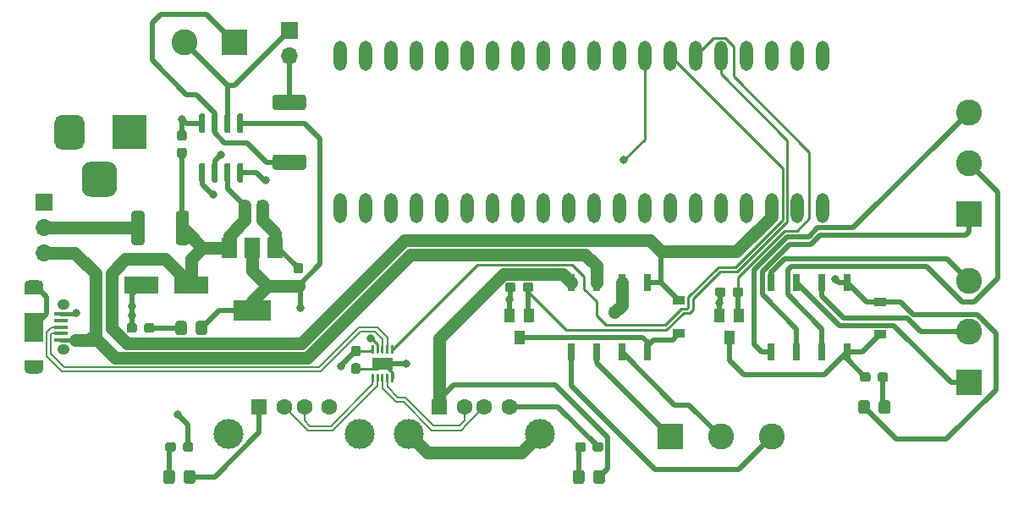
<source format=gbr>
%TF.GenerationSoftware,KiCad,Pcbnew,5.1.6*%
%TF.CreationDate,2020-09-20T16:59:45+02:00*%
%TF.ProjectId,usb_switcher,7573625f-7377-4697-9463-6865722e6b69,rev?*%
%TF.SameCoordinates,Original*%
%TF.FileFunction,Copper,L1,Top*%
%TF.FilePolarity,Positive*%
%FSLAX46Y46*%
G04 Gerber Fmt 4.6, Leading zero omitted, Abs format (unit mm)*
G04 Created by KiCad (PCBNEW 5.1.6) date 2020-09-20 16:59:45*
%MOMM*%
%LPD*%
G01*
G04 APERTURE LIST*
%TA.AperFunction,ComponentPad*%
%ADD10O,1.250000X1.050000*%
%TD*%
%TA.AperFunction,SMDPad,CuDef*%
%ADD11R,1.350000X0.400000*%
%TD*%
%TA.AperFunction,ComponentPad*%
%ADD12O,1.900000X1.000000*%
%TD*%
%TA.AperFunction,SMDPad,CuDef*%
%ADD13R,1.900000X2.900000*%
%TD*%
%TA.AperFunction,SMDPad,CuDef*%
%ADD14R,1.900000X0.875000*%
%TD*%
%TA.AperFunction,ComponentPad*%
%ADD15O,1.300000X3.000000*%
%TD*%
%TA.AperFunction,SMDPad,CuDef*%
%ADD16R,3.500000X1.800000*%
%TD*%
%TA.AperFunction,SMDPad,CuDef*%
%ADD17R,1.200000X0.900000*%
%TD*%
%TA.AperFunction,ComponentPad*%
%ADD18C,3.000000*%
%TD*%
%TA.AperFunction,ComponentPad*%
%ADD19R,1.600000X1.500000*%
%TD*%
%TA.AperFunction,ComponentPad*%
%ADD20C,1.600000*%
%TD*%
%TA.AperFunction,ComponentPad*%
%ADD21R,1.700000X1.700000*%
%TD*%
%TA.AperFunction,ComponentPad*%
%ADD22O,1.700000X1.700000*%
%TD*%
%TA.AperFunction,ComponentPad*%
%ADD23R,3.500000X3.500000*%
%TD*%
%TA.AperFunction,ComponentPad*%
%ADD24R,2.600000X2.600000*%
%TD*%
%TA.AperFunction,ComponentPad*%
%ADD25C,2.600000*%
%TD*%
%TA.AperFunction,SMDPad,CuDef*%
%ADD26R,0.800000X1.800000*%
%TD*%
%TA.AperFunction,SMDPad,CuDef*%
%ADD27R,1.000000X1.400000*%
%TD*%
%TA.AperFunction,SMDPad,CuDef*%
%ADD28R,3.800000X2.000000*%
%TD*%
%TA.AperFunction,SMDPad,CuDef*%
%ADD29R,1.500000X2.000000*%
%TD*%
%TA.AperFunction,SMDPad,CuDef*%
%ADD30R,2.000000X1.200000*%
%TD*%
%TA.AperFunction,ViaPad*%
%ADD31C,0.800000*%
%TD*%
%TA.AperFunction,ViaPad*%
%ADD32C,1.270000*%
%TD*%
%TA.AperFunction,Conductor*%
%ADD33C,1.270000*%
%TD*%
%TA.AperFunction,Conductor*%
%ADD34C,0.508000*%
%TD*%
%TA.AperFunction,Conductor*%
%ADD35C,0.381000*%
%TD*%
%TA.AperFunction,Conductor*%
%ADD36C,0.254000*%
%TD*%
%TA.AperFunction,Conductor*%
%ADD37C,0.200000*%
%TD*%
G04 APERTURE END LIST*
D10*
%TO.P,J1,6*%
%TO.N,GNDS*%
X104447800Y-80775000D03*
D11*
%TO.P,J1,5*%
%TO.N,GND*%
X104122800Y-81700000D03*
%TO.P,J1,4*%
%TO.N,Net-(J1-Pad4)*%
X104122800Y-82350000D03*
%TO.P,J1,3*%
%TO.N,/HOST_D+*%
X104122800Y-83000000D03*
%TO.P,J1,1*%
%TO.N,/VBUS_IN*%
X104122800Y-84300000D03*
D10*
%TO.P,J1,6*%
%TO.N,GNDS*%
X104447800Y-85225000D03*
D12*
X101447800Y-78825000D03*
X101447800Y-87175000D03*
D11*
%TO.P,J1,2*%
%TO.N,/HOST_D-*%
X104122800Y-83650000D03*
D13*
%TO.P,J1,6*%
%TO.N,GNDS*%
X101447800Y-83000000D03*
D14*
X101447800Y-86737500D03*
X101447800Y-79262500D03*
%TD*%
D15*
%TO.P,U2,20*%
%TO.N,Net-(U2-Pad20)*%
X180340000Y-71120000D03*
%TO.P,U2,21*%
%TO.N,Net-(U2-Pad21)*%
X180340000Y-55880000D03*
%TO.P,U2,19*%
%TO.N,GND*%
X177800000Y-71120000D03*
%TO.P,U2,22*%
%TO.N,Net-(U2-Pad22)*%
X177800000Y-55880000D03*
%TO.P,U2,18*%
%TO.N,+5V*%
X175260000Y-71120000D03*
%TO.P,U2,23*%
%TO.N,Net-(U2-Pad23)*%
X175260000Y-55872380D03*
%TO.P,U2,17*%
%TO.N,Net-(U2-Pad17)*%
X172720000Y-71120000D03*
%TO.P,U2,24*%
%TO.N,Net-(U2-Pad24)*%
X172720000Y-55880000D03*
%TO.P,U2,16*%
%TO.N,Net-(U2-Pad16)*%
X170180000Y-71120000D03*
%TO.P,U2,25*%
%TO.N,/USB_RELAY*%
X170180000Y-55880000D03*
%TO.P,U2,15*%
%TO.N,Net-(U2-Pad15)*%
X167640000Y-71120000D03*
%TO.P,U2,26*%
%TO.N,/GP_RELAY*%
X167640000Y-55880000D03*
%TO.P,U2,14*%
%TO.N,Net-(U2-Pad14)*%
X165100000Y-71120000D03*
%TO.P,U2,27*%
%TO.N,/^OE*%
X165100000Y-55880000D03*
%TO.P,U2,13*%
%TO.N,Net-(U2-Pad13)*%
X162560000Y-71112380D03*
%TO.P,U2,28*%
%TO.N,/S*%
X162560000Y-55880000D03*
%TO.P,U2,12*%
%TO.N,Net-(U2-Pad12)*%
X160020000Y-71120000D03*
%TO.P,U2,29*%
%TO.N,Net-(U2-Pad29)*%
X160020000Y-55880000D03*
%TO.P,U2,11*%
%TO.N,Net-(U2-Pad11)*%
X157480000Y-71120000D03*
%TO.P,U2,30*%
%TO.N,Net-(U2-Pad30)*%
X157480000Y-55880000D03*
%TO.P,U2,10*%
%TO.N,Net-(U2-Pad10)*%
X154940000Y-71120000D03*
%TO.P,U2,31*%
%TO.N,Net-(U2-Pad31)*%
X154940000Y-55880000D03*
%TO.P,U2,9*%
%TO.N,Net-(U2-Pad9)*%
X152400000Y-71120000D03*
%TO.P,U2,32*%
%TO.N,Net-(U2-Pad32)*%
X152400000Y-55872380D03*
%TO.P,U2,8*%
%TO.N,Net-(U2-Pad8)*%
X149860000Y-71120000D03*
%TO.P,U2,33*%
%TO.N,Net-(U2-Pad33)*%
X149860000Y-55880000D03*
%TO.P,U2,7*%
%TO.N,Net-(U2-Pad7)*%
X147320000Y-71120000D03*
%TO.P,U2,34*%
%TO.N,Net-(U2-Pad34)*%
X147320000Y-55880000D03*
%TO.P,U2,6*%
%TO.N,Net-(U2-Pad6)*%
X144780000Y-71120000D03*
%TO.P,U2,35*%
%TO.N,Net-(U2-Pad35)*%
X144780000Y-55880000D03*
%TO.P,U2,5*%
%TO.N,Net-(U2-Pad5)*%
X142240000Y-71120000D03*
%TO.P,U2,36*%
%TO.N,Net-(U2-Pad36)*%
X142240000Y-55880000D03*
%TO.P,U2,4*%
%TO.N,Net-(U2-Pad4)*%
X139700000Y-71120000D03*
%TO.P,U2,37*%
%TO.N,Net-(U2-Pad37)*%
X139700000Y-55880000D03*
%TO.P,U2,3*%
%TO.N,Net-(U2-Pad3)*%
X137160000Y-71112380D03*
%TO.P,U2,38*%
%TO.N,Net-(U2-Pad38)*%
X137160000Y-55880000D03*
%TO.P,U2,2*%
%TO.N,Net-(U2-Pad2)*%
X134620000Y-71120000D03*
%TO.P,U2,39*%
%TO.N,GND*%
X134620000Y-55872380D03*
%TO.P,U2,1*%
%TO.N,Net-(U2-Pad1)*%
X132080000Y-71120000D03*
%TO.P,U2,40*%
%TO.N,GND*%
X132080000Y-55872380D03*
%TD*%
%TO.P,C1,1*%
%TO.N,+5V*%
%TA.AperFunction,SMDPad,CuDef*%
G36*
G01*
X122006400Y-71048900D02*
X122006400Y-70573900D01*
G75*
G02*
X122243900Y-70336400I237500J0D01*
G01*
X122818900Y-70336400D01*
G75*
G02*
X123056400Y-70573900I0J-237500D01*
G01*
X123056400Y-71048900D01*
G75*
G02*
X122818900Y-71286400I-237500J0D01*
G01*
X122243900Y-71286400D01*
G75*
G02*
X122006400Y-71048900I0J237500D01*
G01*
G37*
%TD.AperFunction*%
%TO.P,C1,2*%
%TO.N,GND*%
%TA.AperFunction,SMDPad,CuDef*%
G36*
G01*
X123756400Y-71048900D02*
X123756400Y-70573900D01*
G75*
G02*
X123993900Y-70336400I237500J0D01*
G01*
X124568900Y-70336400D01*
G75*
G02*
X124806400Y-70573900I0J-237500D01*
G01*
X124806400Y-71048900D01*
G75*
G02*
X124568900Y-71286400I-237500J0D01*
G01*
X123993900Y-71286400D01*
G75*
G02*
X123756400Y-71048900I0J237500D01*
G01*
G37*
%TD.AperFunction*%
%TD*%
%TO.P,C2,2*%
%TO.N,GND*%
%TA.AperFunction,SMDPad,CuDef*%
G36*
G01*
X123756400Y-72548900D02*
X123756400Y-72073900D01*
G75*
G02*
X123993900Y-71836400I237500J0D01*
G01*
X124568900Y-71836400D01*
G75*
G02*
X124806400Y-72073900I0J-237500D01*
G01*
X124806400Y-72548900D01*
G75*
G02*
X124568900Y-72786400I-237500J0D01*
G01*
X123993900Y-72786400D01*
G75*
G02*
X123756400Y-72548900I0J237500D01*
G01*
G37*
%TD.AperFunction*%
%TO.P,C2,1*%
%TO.N,+5V*%
%TA.AperFunction,SMDPad,CuDef*%
G36*
G01*
X122006400Y-72548900D02*
X122006400Y-72073900D01*
G75*
G02*
X122243900Y-71836400I237500J0D01*
G01*
X122818900Y-71836400D01*
G75*
G02*
X123056400Y-72073900I0J-237500D01*
G01*
X123056400Y-72548900D01*
G75*
G02*
X122818900Y-72786400I-237500J0D01*
G01*
X122243900Y-72786400D01*
G75*
G02*
X122006400Y-72548900I0J237500D01*
G01*
G37*
%TD.AperFunction*%
%TD*%
%TO.P,C3,2*%
%TO.N,+3V3*%
%TA.AperFunction,SMDPad,CuDef*%
G36*
G01*
X133892500Y-85920000D02*
X133417500Y-85920000D01*
G75*
G02*
X133180000Y-85682500I0J237500D01*
G01*
X133180000Y-85107500D01*
G75*
G02*
X133417500Y-84870000I237500J0D01*
G01*
X133892500Y-84870000D01*
G75*
G02*
X134130000Y-85107500I0J-237500D01*
G01*
X134130000Y-85682500D01*
G75*
G02*
X133892500Y-85920000I-237500J0D01*
G01*
G37*
%TD.AperFunction*%
%TO.P,C3,1*%
%TO.N,GND*%
%TA.AperFunction,SMDPad,CuDef*%
G36*
G01*
X133892500Y-87670000D02*
X133417500Y-87670000D01*
G75*
G02*
X133180000Y-87432500I0J237500D01*
G01*
X133180000Y-86857500D01*
G75*
G02*
X133417500Y-86620000I237500J0D01*
G01*
X133892500Y-86620000D01*
G75*
G02*
X134130000Y-86857500I0J-237500D01*
G01*
X134130000Y-87432500D01*
G75*
G02*
X133892500Y-87670000I-237500J0D01*
G01*
G37*
%TD.AperFunction*%
%TD*%
%TO.P,C4,1*%
%TO.N,+3V3*%
%TA.AperFunction,SMDPad,CuDef*%
G36*
G01*
X128152100Y-79378200D02*
X127677100Y-79378200D01*
G75*
G02*
X127439600Y-79140700I0J237500D01*
G01*
X127439600Y-78565700D01*
G75*
G02*
X127677100Y-78328200I237500J0D01*
G01*
X128152100Y-78328200D01*
G75*
G02*
X128389600Y-78565700I0J-237500D01*
G01*
X128389600Y-79140700D01*
G75*
G02*
X128152100Y-79378200I-237500J0D01*
G01*
G37*
%TD.AperFunction*%
%TO.P,C4,2*%
%TO.N,GND*%
%TA.AperFunction,SMDPad,CuDef*%
G36*
G01*
X128152100Y-77628200D02*
X127677100Y-77628200D01*
G75*
G02*
X127439600Y-77390700I0J237500D01*
G01*
X127439600Y-76815700D01*
G75*
G02*
X127677100Y-76578200I237500J0D01*
G01*
X128152100Y-76578200D01*
G75*
G02*
X128389600Y-76815700I0J-237500D01*
G01*
X128389600Y-77390700D01*
G75*
G02*
X128152100Y-77628200I-237500J0D01*
G01*
G37*
%TD.AperFunction*%
%TD*%
%TO.P,C5,1*%
%TO.N,GND*%
%TA.AperFunction,SMDPad,CuDef*%
G36*
G01*
X116018500Y-63294000D02*
X116493500Y-63294000D01*
G75*
G02*
X116731000Y-63531500I0J-237500D01*
G01*
X116731000Y-64106500D01*
G75*
G02*
X116493500Y-64344000I-237500J0D01*
G01*
X116018500Y-64344000D01*
G75*
G02*
X115781000Y-64106500I0J237500D01*
G01*
X115781000Y-63531500D01*
G75*
G02*
X116018500Y-63294000I237500J0D01*
G01*
G37*
%TD.AperFunction*%
%TO.P,C5,2*%
%TO.N,+5V*%
%TA.AperFunction,SMDPad,CuDef*%
G36*
G01*
X116018500Y-65044000D02*
X116493500Y-65044000D01*
G75*
G02*
X116731000Y-65281500I0J-237500D01*
G01*
X116731000Y-65856500D01*
G75*
G02*
X116493500Y-66094000I-237500J0D01*
G01*
X116018500Y-66094000D01*
G75*
G02*
X115781000Y-65856500I0J237500D01*
G01*
X115781000Y-65281500D01*
G75*
G02*
X116018500Y-65044000I237500J0D01*
G01*
G37*
%TD.AperFunction*%
%TD*%
D16*
%TO.P,D1,1*%
%TO.N,+5V*%
X117155800Y-78765600D03*
%TO.P,D1,2*%
%TO.N,GND*%
X112155800Y-78765600D03*
%TD*%
%TO.P,D2,2*%
%TO.N,+3V3*%
%TA.AperFunction,SMDPad,CuDef*%
G36*
G01*
X117654800Y-83533601D02*
X117654800Y-82633599D01*
G75*
G02*
X117904799Y-82383600I249999J0D01*
G01*
X118554801Y-82383600D01*
G75*
G02*
X118804800Y-82633599I0J-249999D01*
G01*
X118804800Y-83533601D01*
G75*
G02*
X118554801Y-83783600I-249999J0D01*
G01*
X117904799Y-83783600D01*
G75*
G02*
X117654800Y-83533601I0J249999D01*
G01*
G37*
%TD.AperFunction*%
%TO.P,D2,1*%
%TO.N,Net-(D2-Pad1)*%
%TA.AperFunction,SMDPad,CuDef*%
G36*
G01*
X115604800Y-83533601D02*
X115604800Y-82633599D01*
G75*
G02*
X115854799Y-82383600I249999J0D01*
G01*
X116504801Y-82383600D01*
G75*
G02*
X116754800Y-82633599I0J-249999D01*
G01*
X116754800Y-83533601D01*
G75*
G02*
X116504801Y-83783600I-249999J0D01*
G01*
X115854799Y-83783600D01*
G75*
G02*
X115604800Y-83533601I0J249999D01*
G01*
G37*
%TD.AperFunction*%
%TD*%
%TO.P,D3,1*%
%TO.N,Net-(D3-Pad1)*%
%TA.AperFunction,SMDPad,CuDef*%
G36*
G01*
X114400000Y-98450001D02*
X114400000Y-97549999D01*
G75*
G02*
X114649999Y-97300000I249999J0D01*
G01*
X115300001Y-97300000D01*
G75*
G02*
X115550000Y-97549999I0J-249999D01*
G01*
X115550000Y-98450001D01*
G75*
G02*
X115300001Y-98700000I-249999J0D01*
G01*
X114649999Y-98700000D01*
G75*
G02*
X114400000Y-98450001I0J249999D01*
G01*
G37*
%TD.AperFunction*%
%TO.P,D3,2*%
%TO.N,/VBUS_A*%
%TA.AperFunction,SMDPad,CuDef*%
G36*
G01*
X116450000Y-98450001D02*
X116450000Y-97549999D01*
G75*
G02*
X116699999Y-97300000I249999J0D01*
G01*
X117350001Y-97300000D01*
G75*
G02*
X117600000Y-97549999I0J-249999D01*
G01*
X117600000Y-98450001D01*
G75*
G02*
X117350001Y-98700000I-249999J0D01*
G01*
X116699999Y-98700000D01*
G75*
G02*
X116450000Y-98450001I0J249999D01*
G01*
G37*
%TD.AperFunction*%
%TD*%
%TO.P,D4,2*%
%TO.N,/VBUS_B*%
%TA.AperFunction,SMDPad,CuDef*%
G36*
G01*
X157425000Y-98450001D02*
X157425000Y-97549999D01*
G75*
G02*
X157674999Y-97300000I249999J0D01*
G01*
X158325001Y-97300000D01*
G75*
G02*
X158575000Y-97549999I0J-249999D01*
G01*
X158575000Y-98450001D01*
G75*
G02*
X158325001Y-98700000I-249999J0D01*
G01*
X157674999Y-98700000D01*
G75*
G02*
X157425000Y-98450001I0J249999D01*
G01*
G37*
%TD.AperFunction*%
%TO.P,D4,1*%
%TO.N,Net-(D4-Pad1)*%
%TA.AperFunction,SMDPad,CuDef*%
G36*
G01*
X155375000Y-98450001D02*
X155375000Y-97549999D01*
G75*
G02*
X155624999Y-97300000I249999J0D01*
G01*
X156275001Y-97300000D01*
G75*
G02*
X156525000Y-97549999I0J-249999D01*
G01*
X156525000Y-98450001D01*
G75*
G02*
X156275001Y-98700000I-249999J0D01*
G01*
X155624999Y-98700000D01*
G75*
G02*
X155375000Y-98450001I0J249999D01*
G01*
G37*
%TD.AperFunction*%
%TD*%
%TO.P,D5,1*%
%TO.N,Net-(D5-Pad1)*%
%TA.AperFunction,SMDPad,CuDef*%
G36*
G01*
X187125000Y-90549999D02*
X187125000Y-91450001D01*
G75*
G02*
X186875001Y-91700000I-249999J0D01*
G01*
X186224999Y-91700000D01*
G75*
G02*
X185975000Y-91450001I0J249999D01*
G01*
X185975000Y-90549999D01*
G75*
G02*
X186224999Y-90300000I249999J0D01*
G01*
X186875001Y-90300000D01*
G75*
G02*
X187125000Y-90549999I0J-249999D01*
G01*
G37*
%TD.AperFunction*%
%TO.P,D5,2*%
%TO.N,+5V*%
%TA.AperFunction,SMDPad,CuDef*%
G36*
G01*
X185075000Y-90549999D02*
X185075000Y-91450001D01*
G75*
G02*
X184825001Y-91700000I-249999J0D01*
G01*
X184174999Y-91700000D01*
G75*
G02*
X183925000Y-91450001I0J249999D01*
G01*
X183925000Y-90549999D01*
G75*
G02*
X184174999Y-90300000I249999J0D01*
G01*
X184825001Y-90300000D01*
G75*
G02*
X185075000Y-90549999I0J-249999D01*
G01*
G37*
%TD.AperFunction*%
%TD*%
D17*
%TO.P,D6,1*%
%TO.N,+5V*%
X166000000Y-80350000D03*
%TO.P,D6,2*%
%TO.N,Net-(D6-Pad2)*%
X166000000Y-83650000D03*
%TD*%
%TO.P,D7,2*%
%TO.N,/GP_RELAY_LED*%
X186106000Y-83743000D03*
%TO.P,D7,1*%
%TO.N,+5V*%
X186106000Y-80443000D03*
%TD*%
%TO.P,F1,1*%
%TO.N,Net-(F1-Pad1)*%
%TA.AperFunction,SMDPad,CuDef*%
G36*
G01*
X111222000Y-74526000D02*
X111222000Y-71626000D01*
G75*
G02*
X111472000Y-71376000I250000J0D01*
G01*
X112272000Y-71376000D01*
G75*
G02*
X112522000Y-71626000I0J-250000D01*
G01*
X112522000Y-74526000D01*
G75*
G02*
X112272000Y-74776000I-250000J0D01*
G01*
X111472000Y-74776000D01*
G75*
G02*
X111222000Y-74526000I0J250000D01*
G01*
G37*
%TD.AperFunction*%
%TO.P,F1,2*%
%TO.N,+5V*%
%TA.AperFunction,SMDPad,CuDef*%
G36*
G01*
X115672000Y-74526000D02*
X115672000Y-71626000D01*
G75*
G02*
X115922000Y-71376000I250000J0D01*
G01*
X116722000Y-71376000D01*
G75*
G02*
X116972000Y-71626000I0J-250000D01*
G01*
X116972000Y-74526000D01*
G75*
G02*
X116722000Y-74776000I-250000J0D01*
G01*
X115922000Y-74776000D01*
G75*
G02*
X115672000Y-74526000I0J250000D01*
G01*
G37*
%TD.AperFunction*%
%TD*%
D18*
%TO.P,J2,5*%
%TO.N,GNDS*%
X120930000Y-93710000D03*
X134070000Y-93710000D03*
D19*
%TO.P,J2,1*%
%TO.N,/VBUS_A*%
X124000000Y-91000000D03*
D20*
%TO.P,J2,2*%
%TO.N,/1D-*%
X126500000Y-91000000D03*
%TO.P,J2,3*%
%TO.N,/1D+*%
X128500000Y-91000000D03*
%TO.P,J2,4*%
%TO.N,GND*%
X131000000Y-91000000D03*
%TD*%
%TO.P,J3,4*%
%TO.N,GND*%
X149000000Y-91000000D03*
%TO.P,J3,3*%
%TO.N,/2D+*%
X146500000Y-91000000D03*
%TO.P,J3,2*%
%TO.N,/2D-*%
X144500000Y-91000000D03*
D19*
%TO.P,J3,1*%
%TO.N,/VBUS_B*%
X142000000Y-91000000D03*
D18*
%TO.P,J3,5*%
%TO.N,GNDS*%
X152070000Y-93710000D03*
X138930000Y-93710000D03*
%TD*%
D21*
%TO.P,J4,1*%
%TO.N,Net-(J4-Pad1)*%
X102500000Y-70500000D03*
D22*
%TO.P,J4,2*%
%TO.N,Net-(F1-Pad1)*%
X102500000Y-73040000D03*
%TO.P,J4,3*%
%TO.N,/VBUS_IN*%
X102500000Y-75580000D03*
%TD*%
D23*
%TO.P,J5,1*%
%TO.N,Net-(J4-Pad1)*%
X111000000Y-63500000D03*
%TO.P,J5,2*%
%TO.N,GND*%
%TA.AperFunction,ComponentPad*%
G36*
G01*
X103500000Y-64500000D02*
X103500000Y-62500000D01*
G75*
G02*
X104250000Y-61750000I750000J0D01*
G01*
X105750000Y-61750000D01*
G75*
G02*
X106500000Y-62500000I0J-750000D01*
G01*
X106500000Y-64500000D01*
G75*
G02*
X105750000Y-65250000I-750000J0D01*
G01*
X104250000Y-65250000D01*
G75*
G02*
X103500000Y-64500000I0J750000D01*
G01*
G37*
%TD.AperFunction*%
%TO.P,J5,3*%
%TO.N,N/C*%
%TA.AperFunction,ComponentPad*%
G36*
G01*
X106250000Y-69075000D02*
X106250000Y-67325000D01*
G75*
G02*
X107125000Y-66450000I875000J0D01*
G01*
X108875000Y-66450000D01*
G75*
G02*
X109750000Y-67325000I0J-875000D01*
G01*
X109750000Y-69075000D01*
G75*
G02*
X108875000Y-69950000I-875000J0D01*
G01*
X107125000Y-69950000D01*
G75*
G02*
X106250000Y-69075000I0J875000D01*
G01*
G37*
%TD.AperFunction*%
%TD*%
D24*
%TO.P,J6,1*%
%TO.N,Net-(J6-Pad1)*%
X165100000Y-93980000D03*
D25*
%TO.P,J6,2*%
%TO.N,Net-(J6-Pad2)*%
X170180000Y-93980000D03*
%TO.P,J6,3*%
%TO.N,Net-(J6-Pad3)*%
X175260000Y-93980000D03*
%TD*%
D21*
%TO.P,J7,1*%
%TO.N,Net-(J10-Pad2)*%
X127000000Y-53340000D03*
D22*
%TO.P,J7,2*%
%TO.N,Net-(J7-Pad2)*%
X127000000Y-55880000D03*
%TD*%
D24*
%TO.P,J8,1*%
%TO.N,Net-(J8-Pad1)*%
X195000000Y-88570000D03*
D25*
%TO.P,J8,2*%
%TO.N,Net-(J8-Pad2)*%
X195000000Y-83490000D03*
%TO.P,J8,3*%
%TO.N,Net-(J8-Pad3)*%
X195000000Y-78410000D03*
%TD*%
%TO.P,J9,3*%
%TO.N,Net-(J9-Pad3)*%
X194996000Y-61519000D03*
%TO.P,J9,2*%
%TO.N,Net-(J9-Pad2)*%
X194996000Y-66599000D03*
D24*
%TO.P,J9,1*%
%TO.N,Net-(J9-Pad1)*%
X194996000Y-71679000D03*
%TD*%
%TO.P,J10,1*%
%TO.N,Net-(J10-Pad1)*%
X121500000Y-54500000D03*
D25*
%TO.P,J10,2*%
%TO.N,Net-(J10-Pad2)*%
X116500000Y-54500000D03*
%TD*%
D26*
%TO.P,K1,1*%
%TO.N,+5V*%
X162810000Y-78500000D03*
%TO.P,K1,2*%
%TO.N,/VBUS_A*%
X160270000Y-78500000D03*
%TO.P,K1,3*%
%TO.N,/VBUS_IN*%
X157730000Y-78500000D03*
%TO.P,K1,4*%
%TO.N,/VBUS_B*%
X155190000Y-78500000D03*
%TO.P,K1,5*%
%TO.N,Net-(J6-Pad3)*%
X155190000Y-85500000D03*
%TO.P,K1,6*%
%TO.N,Net-(J6-Pad1)*%
X157730000Y-85500000D03*
%TO.P,K1,7*%
%TO.N,Net-(J6-Pad2)*%
X160270000Y-85500000D03*
%TO.P,K1,8*%
%TO.N,Net-(D6-Pad2)*%
X162810000Y-85500000D03*
%TD*%
%TO.P,K2,8*%
%TO.N,/GP_RELAY_LED*%
X182810000Y-85500000D03*
%TO.P,K2,7*%
%TO.N,Net-(J9-Pad2)*%
X180270000Y-85500000D03*
%TO.P,K2,6*%
%TO.N,Net-(J9-Pad1)*%
X177730000Y-85500000D03*
%TO.P,K2,5*%
%TO.N,Net-(J9-Pad3)*%
X175190000Y-85500000D03*
%TO.P,K2,4*%
%TO.N,Net-(J8-Pad3)*%
X175190000Y-78500000D03*
%TO.P,K2,3*%
%TO.N,Net-(J8-Pad1)*%
X177730000Y-78500000D03*
%TO.P,K2,2*%
%TO.N,Net-(J8-Pad2)*%
X180270000Y-78500000D03*
%TO.P,K2,1*%
%TO.N,+5V*%
X182810000Y-78500000D03*
%TD*%
D27*
%TO.P,Q1,3*%
%TO.N,Net-(D6-Pad2)*%
X150000000Y-84000000D03*
%TO.P,Q1,2*%
%TO.N,GND*%
X149050000Y-81800000D03*
%TO.P,Q1,1*%
%TO.N,/USB_RELAY*%
X150950000Y-81800000D03*
%TD*%
%TO.P,Q2,1*%
%TO.N,/GP_RELAY*%
X171950000Y-81800000D03*
%TO.P,Q2,2*%
%TO.N,GND*%
X170050000Y-81800000D03*
%TO.P,Q2,3*%
%TO.N,/GP_RELAY_LED*%
X171000000Y-84000000D03*
%TD*%
%TO.P,R1,2*%
%TO.N,GND*%
%TA.AperFunction,SMDPad,CuDef*%
G36*
G01*
X111765800Y-82846100D02*
X111765800Y-83321100D01*
G75*
G02*
X111528300Y-83558600I-237500J0D01*
G01*
X110953300Y-83558600D01*
G75*
G02*
X110715800Y-83321100I0J237500D01*
G01*
X110715800Y-82846100D01*
G75*
G02*
X110953300Y-82608600I237500J0D01*
G01*
X111528300Y-82608600D01*
G75*
G02*
X111765800Y-82846100I0J-237500D01*
G01*
G37*
%TD.AperFunction*%
%TO.P,R1,1*%
%TO.N,Net-(D2-Pad1)*%
%TA.AperFunction,SMDPad,CuDef*%
G36*
G01*
X113515800Y-82846100D02*
X113515800Y-83321100D01*
G75*
G02*
X113278300Y-83558600I-237500J0D01*
G01*
X112703300Y-83558600D01*
G75*
G02*
X112465800Y-83321100I0J237500D01*
G01*
X112465800Y-82846100D01*
G75*
G02*
X112703300Y-82608600I237500J0D01*
G01*
X113278300Y-82608600D01*
G75*
G02*
X113515800Y-82846100I0J-237500D01*
G01*
G37*
%TD.AperFunction*%
%TD*%
%TO.P,R2,1*%
%TO.N,Net-(D3-Pad1)*%
%TA.AperFunction,SMDPad,CuDef*%
G36*
G01*
X114600000Y-95237500D02*
X114600000Y-94762500D01*
G75*
G02*
X114837500Y-94525000I237500J0D01*
G01*
X115412500Y-94525000D01*
G75*
G02*
X115650000Y-94762500I0J-237500D01*
G01*
X115650000Y-95237500D01*
G75*
G02*
X115412500Y-95475000I-237500J0D01*
G01*
X114837500Y-95475000D01*
G75*
G02*
X114600000Y-95237500I0J237500D01*
G01*
G37*
%TD.AperFunction*%
%TO.P,R2,2*%
%TO.N,GND*%
%TA.AperFunction,SMDPad,CuDef*%
G36*
G01*
X116350000Y-95237500D02*
X116350000Y-94762500D01*
G75*
G02*
X116587500Y-94525000I237500J0D01*
G01*
X117162500Y-94525000D01*
G75*
G02*
X117400000Y-94762500I0J-237500D01*
G01*
X117400000Y-95237500D01*
G75*
G02*
X117162500Y-95475000I-237500J0D01*
G01*
X116587500Y-95475000D01*
G75*
G02*
X116350000Y-95237500I0J237500D01*
G01*
G37*
%TD.AperFunction*%
%TD*%
%TO.P,R3,2*%
%TO.N,GND*%
%TA.AperFunction,SMDPad,CuDef*%
G36*
G01*
X157350000Y-95237500D02*
X157350000Y-94762500D01*
G75*
G02*
X157587500Y-94525000I237500J0D01*
G01*
X158162500Y-94525000D01*
G75*
G02*
X158400000Y-94762500I0J-237500D01*
G01*
X158400000Y-95237500D01*
G75*
G02*
X158162500Y-95475000I-237500J0D01*
G01*
X157587500Y-95475000D01*
G75*
G02*
X157350000Y-95237500I0J237500D01*
G01*
G37*
%TD.AperFunction*%
%TO.P,R3,1*%
%TO.N,Net-(D4-Pad1)*%
%TA.AperFunction,SMDPad,CuDef*%
G36*
G01*
X155600000Y-95237500D02*
X155600000Y-94762500D01*
G75*
G02*
X155837500Y-94525000I237500J0D01*
G01*
X156412500Y-94525000D01*
G75*
G02*
X156650000Y-94762500I0J-237500D01*
G01*
X156650000Y-95237500D01*
G75*
G02*
X156412500Y-95475000I-237500J0D01*
G01*
X155837500Y-95475000D01*
G75*
G02*
X155600000Y-95237500I0J237500D01*
G01*
G37*
%TD.AperFunction*%
%TD*%
%TO.P,R4,1*%
%TO.N,Net-(D5-Pad1)*%
%TA.AperFunction,SMDPad,CuDef*%
G36*
G01*
X186900000Y-87762500D02*
X186900000Y-88237500D01*
G75*
G02*
X186662500Y-88475000I-237500J0D01*
G01*
X186087500Y-88475000D01*
G75*
G02*
X185850000Y-88237500I0J237500D01*
G01*
X185850000Y-87762500D01*
G75*
G02*
X186087500Y-87525000I237500J0D01*
G01*
X186662500Y-87525000D01*
G75*
G02*
X186900000Y-87762500I0J-237500D01*
G01*
G37*
%TD.AperFunction*%
%TO.P,R4,2*%
%TO.N,/GP_RELAY_LED*%
%TA.AperFunction,SMDPad,CuDef*%
G36*
G01*
X185150000Y-87762500D02*
X185150000Y-88237500D01*
G75*
G02*
X184912500Y-88475000I-237500J0D01*
G01*
X184337500Y-88475000D01*
G75*
G02*
X184100000Y-88237500I0J237500D01*
G01*
X184100000Y-87762500D01*
G75*
G02*
X184337500Y-87525000I237500J0D01*
G01*
X184912500Y-87525000D01*
G75*
G02*
X185150000Y-87762500I0J-237500D01*
G01*
G37*
%TD.AperFunction*%
%TD*%
%TO.P,R5,1*%
%TO.N,GND*%
%TA.AperFunction,SMDPad,CuDef*%
G36*
G01*
X148600000Y-79237500D02*
X148600000Y-78762500D01*
G75*
G02*
X148837500Y-78525000I237500J0D01*
G01*
X149412500Y-78525000D01*
G75*
G02*
X149650000Y-78762500I0J-237500D01*
G01*
X149650000Y-79237500D01*
G75*
G02*
X149412500Y-79475000I-237500J0D01*
G01*
X148837500Y-79475000D01*
G75*
G02*
X148600000Y-79237500I0J237500D01*
G01*
G37*
%TD.AperFunction*%
%TO.P,R5,2*%
%TO.N,/USB_RELAY*%
%TA.AperFunction,SMDPad,CuDef*%
G36*
G01*
X150350000Y-79237500D02*
X150350000Y-78762500D01*
G75*
G02*
X150587500Y-78525000I237500J0D01*
G01*
X151162500Y-78525000D01*
G75*
G02*
X151400000Y-78762500I0J-237500D01*
G01*
X151400000Y-79237500D01*
G75*
G02*
X151162500Y-79475000I-237500J0D01*
G01*
X150587500Y-79475000D01*
G75*
G02*
X150350000Y-79237500I0J237500D01*
G01*
G37*
%TD.AperFunction*%
%TD*%
%TO.P,R6,1*%
%TO.N,Net-(J7-Pad2)*%
%TA.AperFunction,SMDPad,CuDef*%
G36*
G01*
X125574999Y-59750000D02*
X128425001Y-59750000D01*
G75*
G02*
X128675000Y-59999999I0J-249999D01*
G01*
X128675000Y-61025001D01*
G75*
G02*
X128425001Y-61275000I-249999J0D01*
G01*
X125574999Y-61275000D01*
G75*
G02*
X125325000Y-61025001I0J249999D01*
G01*
X125325000Y-59999999D01*
G75*
G02*
X125574999Y-59750000I249999J0D01*
G01*
G37*
%TD.AperFunction*%
%TO.P,R6,2*%
%TO.N,Net-(J10-Pad1)*%
%TA.AperFunction,SMDPad,CuDef*%
G36*
G01*
X125574999Y-65725000D02*
X128425001Y-65725000D01*
G75*
G02*
X128675000Y-65974999I0J-249999D01*
G01*
X128675000Y-67000001D01*
G75*
G02*
X128425001Y-67250000I-249999J0D01*
G01*
X125574999Y-67250000D01*
G75*
G02*
X125325000Y-67000001I0J249999D01*
G01*
X125325000Y-65974999D01*
G75*
G02*
X125574999Y-65725000I249999J0D01*
G01*
G37*
%TD.AperFunction*%
%TD*%
%TO.P,R7,2*%
%TO.N,/GP_RELAY*%
%TA.AperFunction,SMDPad,CuDef*%
G36*
G01*
X171350000Y-79737500D02*
X171350000Y-79262500D01*
G75*
G02*
X171587500Y-79025000I237500J0D01*
G01*
X172162500Y-79025000D01*
G75*
G02*
X172400000Y-79262500I0J-237500D01*
G01*
X172400000Y-79737500D01*
G75*
G02*
X172162500Y-79975000I-237500J0D01*
G01*
X171587500Y-79975000D01*
G75*
G02*
X171350000Y-79737500I0J237500D01*
G01*
G37*
%TD.AperFunction*%
%TO.P,R7,1*%
%TO.N,GND*%
%TA.AperFunction,SMDPad,CuDef*%
G36*
G01*
X169600000Y-79737500D02*
X169600000Y-79262500D01*
G75*
G02*
X169837500Y-79025000I237500J0D01*
G01*
X170412500Y-79025000D01*
G75*
G02*
X170650000Y-79262500I0J-237500D01*
G01*
X170650000Y-79737500D01*
G75*
G02*
X170412500Y-79975000I-237500J0D01*
G01*
X169837500Y-79975000D01*
G75*
G02*
X169600000Y-79737500I0J237500D01*
G01*
G37*
%TD.AperFunction*%
%TD*%
D28*
%TO.P,U1,2*%
%TO.N,+3V3*%
X123266400Y-81356800D03*
D29*
X123266400Y-75056800D03*
%TO.P,U1,3*%
%TO.N,+5V*%
X120966400Y-75056800D03*
%TO.P,U1,1*%
%TO.N,GND*%
X125566400Y-75056800D03*
%TD*%
%TO.P,U3,1*%
%TO.N,Net-(U2-Pad17)*%
%TA.AperFunction,SMDPad,CuDef*%
G36*
G01*
X118438000Y-68525000D02*
X118138000Y-68525000D01*
G75*
G02*
X117988000Y-68375000I0J150000D01*
G01*
X117988000Y-66725000D01*
G75*
G02*
X118138000Y-66575000I150000J0D01*
G01*
X118438000Y-66575000D01*
G75*
G02*
X118588000Y-66725000I0J-150000D01*
G01*
X118588000Y-68375000D01*
G75*
G02*
X118438000Y-68525000I-150000J0D01*
G01*
G37*
%TD.AperFunction*%
%TO.P,U3,2*%
%TO.N,GND*%
%TA.AperFunction,SMDPad,CuDef*%
G36*
G01*
X119708000Y-68525000D02*
X119408000Y-68525000D01*
G75*
G02*
X119258000Y-68375000I0J150000D01*
G01*
X119258000Y-66725000D01*
G75*
G02*
X119408000Y-66575000I150000J0D01*
G01*
X119708000Y-66575000D01*
G75*
G02*
X119858000Y-66725000I0J-150000D01*
G01*
X119858000Y-68375000D01*
G75*
G02*
X119708000Y-68525000I-150000J0D01*
G01*
G37*
%TD.AperFunction*%
%TO.P,U3,3*%
%TO.N,+5V*%
%TA.AperFunction,SMDPad,CuDef*%
G36*
G01*
X120978000Y-68525000D02*
X120678000Y-68525000D01*
G75*
G02*
X120528000Y-68375000I0J150000D01*
G01*
X120528000Y-66725000D01*
G75*
G02*
X120678000Y-66575000I150000J0D01*
G01*
X120978000Y-66575000D01*
G75*
G02*
X121128000Y-66725000I0J-150000D01*
G01*
X121128000Y-68375000D01*
G75*
G02*
X120978000Y-68525000I-150000J0D01*
G01*
G37*
%TD.AperFunction*%
%TO.P,U3,4*%
%TO.N,Net-(U2-Pad16)*%
%TA.AperFunction,SMDPad,CuDef*%
G36*
G01*
X122248000Y-68525000D02*
X121948000Y-68525000D01*
G75*
G02*
X121798000Y-68375000I0J150000D01*
G01*
X121798000Y-66725000D01*
G75*
G02*
X121948000Y-66575000I150000J0D01*
G01*
X122248000Y-66575000D01*
G75*
G02*
X122398000Y-66725000I0J-150000D01*
G01*
X122398000Y-68375000D01*
G75*
G02*
X122248000Y-68525000I-150000J0D01*
G01*
G37*
%TD.AperFunction*%
%TO.P,U3,5*%
%TO.N,+3V3*%
%TA.AperFunction,SMDPad,CuDef*%
G36*
G01*
X122248000Y-63575000D02*
X121948000Y-63575000D01*
G75*
G02*
X121798000Y-63425000I0J150000D01*
G01*
X121798000Y-61775000D01*
G75*
G02*
X121948000Y-61625000I150000J0D01*
G01*
X122248000Y-61625000D01*
G75*
G02*
X122398000Y-61775000I0J-150000D01*
G01*
X122398000Y-63425000D01*
G75*
G02*
X122248000Y-63575000I-150000J0D01*
G01*
G37*
%TD.AperFunction*%
%TO.P,U3,6*%
%TO.N,Net-(J10-Pad2)*%
%TA.AperFunction,SMDPad,CuDef*%
G36*
G01*
X120978000Y-63575000D02*
X120678000Y-63575000D01*
G75*
G02*
X120528000Y-63425000I0J150000D01*
G01*
X120528000Y-61775000D01*
G75*
G02*
X120678000Y-61625000I150000J0D01*
G01*
X120978000Y-61625000D01*
G75*
G02*
X121128000Y-61775000I0J-150000D01*
G01*
X121128000Y-63425000D01*
G75*
G02*
X120978000Y-63575000I-150000J0D01*
G01*
G37*
%TD.AperFunction*%
%TO.P,U3,7*%
%TO.N,Net-(J10-Pad1)*%
%TA.AperFunction,SMDPad,CuDef*%
G36*
G01*
X119708000Y-63575000D02*
X119408000Y-63575000D01*
G75*
G02*
X119258000Y-63425000I0J150000D01*
G01*
X119258000Y-61775000D01*
G75*
G02*
X119408000Y-61625000I150000J0D01*
G01*
X119708000Y-61625000D01*
G75*
G02*
X119858000Y-61775000I0J-150000D01*
G01*
X119858000Y-63425000D01*
G75*
G02*
X119708000Y-63575000I-150000J0D01*
G01*
G37*
%TD.AperFunction*%
%TO.P,U3,8*%
%TO.N,GND*%
%TA.AperFunction,SMDPad,CuDef*%
G36*
G01*
X118438000Y-63575000D02*
X118138000Y-63575000D01*
G75*
G02*
X117988000Y-63425000I0J150000D01*
G01*
X117988000Y-61775000D01*
G75*
G02*
X118138000Y-61625000I150000J0D01*
G01*
X118438000Y-61625000D01*
G75*
G02*
X118588000Y-61775000I0J-150000D01*
G01*
X118588000Y-63425000D01*
G75*
G02*
X118438000Y-63575000I-150000J0D01*
G01*
G37*
%TD.AperFunction*%
%TD*%
%TO.P,IC1,1*%
%TO.N,/1D+*%
%TA.AperFunction,SMDPad,CuDef*%
G36*
G01*
X135384500Y-88540000D02*
X135259500Y-88540000D01*
G75*
G02*
X135197000Y-88477500I0J62500D01*
G01*
X135197000Y-87727500D01*
G75*
G02*
X135259500Y-87665000I62500J0D01*
G01*
X135384500Y-87665000D01*
G75*
G02*
X135447000Y-87727500I0J-62500D01*
G01*
X135447000Y-88477500D01*
G75*
G02*
X135384500Y-88540000I-62500J0D01*
G01*
G37*
%TD.AperFunction*%
%TO.P,IC1,2*%
%TO.N,/1D-*%
%TA.AperFunction,SMDPad,CuDef*%
G36*
G01*
X135884500Y-88540000D02*
X135759500Y-88540000D01*
G75*
G02*
X135697000Y-88477500I0J62500D01*
G01*
X135697000Y-87727500D01*
G75*
G02*
X135759500Y-87665000I62500J0D01*
G01*
X135884500Y-87665000D01*
G75*
G02*
X135947000Y-87727500I0J-62500D01*
G01*
X135947000Y-88477500D01*
G75*
G02*
X135884500Y-88540000I-62500J0D01*
G01*
G37*
%TD.AperFunction*%
%TO.P,IC1,3*%
%TO.N,/2D+*%
%TA.AperFunction,SMDPad,CuDef*%
G36*
G01*
X136384500Y-88540000D02*
X136259500Y-88540000D01*
G75*
G02*
X136197000Y-88477500I0J62500D01*
G01*
X136197000Y-87727500D01*
G75*
G02*
X136259500Y-87665000I62500J0D01*
G01*
X136384500Y-87665000D01*
G75*
G02*
X136447000Y-87727500I0J-62500D01*
G01*
X136447000Y-88477500D01*
G75*
G02*
X136384500Y-88540000I-62500J0D01*
G01*
G37*
%TD.AperFunction*%
%TO.P,IC1,4*%
%TO.N,/2D-*%
%TA.AperFunction,SMDPad,CuDef*%
G36*
G01*
X136884500Y-88540000D02*
X136759500Y-88540000D01*
G75*
G02*
X136697000Y-88477500I0J62500D01*
G01*
X136697000Y-87727500D01*
G75*
G02*
X136759500Y-87665000I62500J0D01*
G01*
X136884500Y-87665000D01*
G75*
G02*
X136947000Y-87727500I0J-62500D01*
G01*
X136947000Y-88477500D01*
G75*
G02*
X136884500Y-88540000I-62500J0D01*
G01*
G37*
%TD.AperFunction*%
%TO.P,IC1,5*%
%TO.N,GND*%
%TA.AperFunction,SMDPad,CuDef*%
G36*
G01*
X137384500Y-88540000D02*
X137259500Y-88540000D01*
G75*
G02*
X137197000Y-88477500I0J62500D01*
G01*
X137197000Y-87727500D01*
G75*
G02*
X137259500Y-87665000I62500J0D01*
G01*
X137384500Y-87665000D01*
G75*
G02*
X137447000Y-87727500I0J-62500D01*
G01*
X137447000Y-88477500D01*
G75*
G02*
X137384500Y-88540000I-62500J0D01*
G01*
G37*
%TD.AperFunction*%
%TO.P,IC1,6*%
%TO.N,/^OE*%
%TA.AperFunction,SMDPad,CuDef*%
G36*
G01*
X137384500Y-85665000D02*
X137259500Y-85665000D01*
G75*
G02*
X137197000Y-85602500I0J62500D01*
G01*
X137197000Y-84852500D01*
G75*
G02*
X137259500Y-84790000I62500J0D01*
G01*
X137384500Y-84790000D01*
G75*
G02*
X137447000Y-84852500I0J-62500D01*
G01*
X137447000Y-85602500D01*
G75*
G02*
X137384500Y-85665000I-62500J0D01*
G01*
G37*
%TD.AperFunction*%
%TO.P,IC1,7*%
%TO.N,/HOST_D-*%
%TA.AperFunction,SMDPad,CuDef*%
G36*
G01*
X136884500Y-85665000D02*
X136759500Y-85665000D01*
G75*
G02*
X136697000Y-85602500I0J62500D01*
G01*
X136697000Y-84852500D01*
G75*
G02*
X136759500Y-84790000I62500J0D01*
G01*
X136884500Y-84790000D01*
G75*
G02*
X136947000Y-84852500I0J-62500D01*
G01*
X136947000Y-85602500D01*
G75*
G02*
X136884500Y-85665000I-62500J0D01*
G01*
G37*
%TD.AperFunction*%
%TO.P,IC1,8*%
%TO.N,/HOST_D+*%
%TA.AperFunction,SMDPad,CuDef*%
G36*
G01*
X136384500Y-85665000D02*
X136259500Y-85665000D01*
G75*
G02*
X136197000Y-85602500I0J62500D01*
G01*
X136197000Y-84852500D01*
G75*
G02*
X136259500Y-84790000I62500J0D01*
G01*
X136384500Y-84790000D01*
G75*
G02*
X136447000Y-84852500I0J-62500D01*
G01*
X136447000Y-85602500D01*
G75*
G02*
X136384500Y-85665000I-62500J0D01*
G01*
G37*
%TD.AperFunction*%
%TO.P,IC1,9*%
%TO.N,/S*%
%TA.AperFunction,SMDPad,CuDef*%
G36*
G01*
X135884500Y-85665000D02*
X135759500Y-85665000D01*
G75*
G02*
X135697000Y-85602500I0J62500D01*
G01*
X135697000Y-84852500D01*
G75*
G02*
X135759500Y-84790000I62500J0D01*
G01*
X135884500Y-84790000D01*
G75*
G02*
X135947000Y-84852500I0J-62500D01*
G01*
X135947000Y-85602500D01*
G75*
G02*
X135884500Y-85665000I-62500J0D01*
G01*
G37*
%TD.AperFunction*%
%TO.P,IC1,10*%
%TO.N,+3V3*%
%TA.AperFunction,SMDPad,CuDef*%
G36*
G01*
X135384500Y-85665000D02*
X135259500Y-85665000D01*
G75*
G02*
X135197000Y-85602500I0J62500D01*
G01*
X135197000Y-84852500D01*
G75*
G02*
X135259500Y-84790000I62500J0D01*
G01*
X135384500Y-84790000D01*
G75*
G02*
X135447000Y-84852500I0J-62500D01*
G01*
X135447000Y-85602500D01*
G75*
G02*
X135384500Y-85665000I-62500J0D01*
G01*
G37*
%TD.AperFunction*%
D30*
%TO.P,IC1,11*%
%TO.N,GND*%
X136322000Y-86665000D03*
%TD*%
D31*
%TO.N,+5V*%
X171751976Y-75412800D03*
X181661000Y-78206800D03*
%TO.N,GND*%
X105715000Y-81585000D03*
X115875000Y-91745000D03*
X138735000Y-86665000D03*
X116281400Y-62204800D03*
X120193000Y-65735400D03*
X170053200Y-80569000D03*
X149050000Y-80266800D03*
X125375400Y-73405400D03*
X111240800Y-81799600D03*
X111240800Y-80910600D03*
%TO.N,+3V3*%
X128143200Y-81077000D03*
X132209036Y-86899532D03*
D32*
%TO.N,/VBUS_A*%
X159563000Y-81508800D03*
D31*
%TO.N,/S*%
X135102800Y-84150400D03*
X160477400Y-66294200D03*
%TO.N,Net-(U2-Pad17)*%
X119380200Y-69774000D03*
%TO.N,Net-(U2-Pad16)*%
X124612600Y-68326200D03*
%TD*%
D33*
%TO.N,+5V*%
X118302800Y-75056800D02*
X116322000Y-73076000D01*
X120966400Y-75056800D02*
X118302800Y-75056800D01*
D34*
X116256000Y-73010000D02*
X116322000Y-73076000D01*
X116256000Y-65569000D02*
X116256000Y-73010000D01*
X120828000Y-69108000D02*
X122531400Y-70811400D01*
X120828000Y-67550000D02*
X120828000Y-69108000D01*
X164150000Y-78500000D02*
X166000000Y-80350000D01*
X162810000Y-78500000D02*
X164150000Y-78500000D01*
X184753000Y-80443000D02*
X182810000Y-78500000D01*
D33*
X120966400Y-73876400D02*
X122531400Y-72311400D01*
X120966400Y-75056800D02*
X120966400Y-73876400D01*
X122531400Y-72311400D02*
X122531400Y-70811400D01*
X117155800Y-76203800D02*
X118302800Y-75056800D01*
X117155800Y-78765600D02*
X117155800Y-76203800D01*
D34*
X164150000Y-75448600D02*
X164185800Y-75412800D01*
X164150000Y-78500000D02*
X164150000Y-75448600D01*
D33*
X117155800Y-78765600D02*
X114539600Y-76149400D01*
X114539600Y-76149400D02*
X110618998Y-76149400D01*
X110618998Y-76149400D02*
X109194800Y-77573598D01*
X163045989Y-74272989D02*
X164185800Y-75412800D01*
X109194800Y-77573598D02*
X109194800Y-83079360D01*
X109194800Y-83079360D02*
X110734050Y-84618610D01*
X110734050Y-84618610D02*
X128186882Y-84618610D01*
X128186882Y-84618610D02*
X138532502Y-74272989D01*
X138532502Y-74272989D02*
X163045989Y-74272989D01*
X164185800Y-75412800D02*
X171751976Y-75412800D01*
X175260000Y-71904776D02*
X175260000Y-71120000D01*
X171751976Y-75412800D02*
X175260000Y-71904776D01*
D34*
X181954200Y-78500000D02*
X181661000Y-78206800D01*
X182810000Y-78500000D02*
X181954200Y-78500000D01*
X171751976Y-75412800D02*
X170485000Y-75412800D01*
X186106000Y-80443000D02*
X184753000Y-80443000D01*
X197739200Y-83633278D02*
X195841921Y-81735999D01*
X195841921Y-81735999D02*
X189401555Y-81735999D01*
X197739200Y-89248002D02*
X197739200Y-83633278D01*
X184500000Y-91000000D02*
X187734200Y-94234200D01*
X188108556Y-80443000D02*
X186106000Y-80443000D01*
X187734200Y-94234200D02*
X192753002Y-94234200D01*
X192753002Y-94234200D02*
X197739200Y-89248002D01*
X189401555Y-81735999D02*
X188108556Y-80443000D01*
D35*
%TO.N,GND*%
X104122800Y-81700000D02*
X105600000Y-81700000D01*
X105600000Y-81700000D02*
X105715000Y-81585000D01*
D34*
X111240800Y-79680600D02*
X112155800Y-78765600D01*
X111240800Y-83083600D02*
X111240800Y-81799600D01*
X116875000Y-95000000D02*
X116875000Y-92745000D01*
X116875000Y-92745000D02*
X115875000Y-91745000D01*
X136322000Y-86665000D02*
X138735000Y-86665000D01*
D36*
X136372852Y-86665000D02*
X136322000Y-86665000D01*
X137322000Y-87614148D02*
X136372852Y-86665000D01*
X137322000Y-88102500D02*
X137322000Y-87614148D01*
X135842000Y-87145000D02*
X136322000Y-86665000D01*
X133655000Y-87145000D02*
X135842000Y-87145000D01*
D34*
X153875000Y-91000000D02*
X149000000Y-91000000D01*
X157875000Y-95000000D02*
X153875000Y-91000000D01*
X116256000Y-62230200D02*
X116281400Y-62204800D01*
X116256000Y-63819000D02*
X116256000Y-62230200D01*
X116676600Y-62600000D02*
X116281400Y-62204800D01*
X118288000Y-62600000D02*
X116676600Y-62600000D01*
X119558000Y-67550000D02*
X119558000Y-66370400D01*
X119558000Y-66370400D02*
X120193000Y-65735400D01*
X170050000Y-79575000D02*
X170125000Y-79500000D01*
X149125000Y-80191800D02*
X149050000Y-80266800D01*
X149125000Y-79000000D02*
X149125000Y-80191800D01*
X149050000Y-81800000D02*
X149050000Y-80266800D01*
X125868200Y-75056800D02*
X127914600Y-77103200D01*
X125566400Y-75056800D02*
X125868200Y-75056800D01*
D33*
X124281400Y-70811400D02*
X124281400Y-72311400D01*
X125566400Y-73596400D02*
X125566400Y-75056800D01*
X124281400Y-72311400D02*
X125375400Y-73405400D01*
X125375400Y-73405400D02*
X125566400Y-73596400D01*
D34*
X111240800Y-81799600D02*
X111240800Y-80910600D01*
X111240800Y-80910600D02*
X111240800Y-79680600D01*
X170125000Y-80497200D02*
X170053200Y-80569000D01*
X170125000Y-79500000D02*
X170125000Y-80497200D01*
X170050000Y-80572200D02*
X170053200Y-80569000D01*
X170050000Y-81800000D02*
X170050000Y-80572200D01*
D36*
%TO.N,+3V3*%
X135154500Y-85395000D02*
X135322000Y-85227500D01*
X133655000Y-85395000D02*
X135154500Y-85395000D01*
D33*
X124792800Y-78853200D02*
X127914600Y-78853200D01*
X123266400Y-77326800D02*
X124792800Y-78853200D01*
X123266400Y-75056800D02*
X123266400Y-77326800D01*
X123266400Y-80379600D02*
X124792800Y-78853200D01*
X123266400Y-81356800D02*
X123266400Y-80379600D01*
D36*
X123266400Y-75056800D02*
X123383410Y-74939790D01*
D34*
X122098000Y-62600000D02*
X128563800Y-62600000D01*
X128563800Y-62600000D02*
X130073600Y-64109800D01*
X130073600Y-76694200D02*
X127914600Y-78853200D01*
X130073600Y-64109800D02*
X130073600Y-76694200D01*
X119956600Y-81356800D02*
X118229800Y-83083600D01*
X123266400Y-81356800D02*
X119956600Y-81356800D01*
X128143200Y-79081800D02*
X127914600Y-78853200D01*
X128143200Y-81077000D02*
X128143200Y-79081800D01*
X132209036Y-86840964D02*
X132209036Y-86899532D01*
X133655000Y-85395000D02*
X132209036Y-86840964D01*
%TO.N,Net-(D2-Pad1)*%
X112990800Y-83083600D02*
X116179800Y-83083600D01*
%TO.N,Net-(D3-Pad1)*%
X114975000Y-95150000D02*
X115125000Y-95000000D01*
X114975000Y-98000000D02*
X114975000Y-95150000D01*
%TO.N,/VBUS_A*%
X119531922Y-98000000D02*
X117025000Y-98000000D01*
X124000000Y-93531922D02*
X119531922Y-98000000D01*
X124000000Y-91000000D02*
X124000000Y-93531922D01*
D33*
X160270000Y-78500000D02*
X160270000Y-80801800D01*
X160270000Y-80801800D02*
X159563000Y-81508800D01*
D34*
%TO.N,/VBUS_B*%
X142000000Y-91000000D02*
X142000000Y-90258000D01*
X142000000Y-90258000D02*
X143434000Y-88824000D01*
X143434000Y-88824000D02*
X153619400Y-88824000D01*
X158854010Y-97145990D02*
X158000000Y-98000000D01*
X158854010Y-94058610D02*
X158854010Y-97145990D01*
X153619400Y-88824000D02*
X158854010Y-94058610D01*
D33*
X148393250Y-77689990D02*
X142000000Y-84083240D01*
X155190000Y-78500000D02*
X154379990Y-77689990D01*
X154379990Y-77689990D02*
X148393250Y-77689990D01*
X142000000Y-84083240D02*
X142000000Y-91000000D01*
D34*
%TO.N,Net-(D4-Pad1)*%
X155950000Y-95175000D02*
X156125000Y-95000000D01*
X155950000Y-98000000D02*
X155950000Y-95175000D01*
%TO.N,Net-(D5-Pad1)*%
X186375000Y-90825000D02*
X186550000Y-91000000D01*
X186375000Y-88000000D02*
X186375000Y-90825000D01*
%TO.N,Net-(D6-Pad2)*%
X150000000Y-84000000D02*
X162346600Y-84000000D01*
X162810000Y-84463400D02*
X162346600Y-84000000D01*
X162810000Y-85500000D02*
X162810000Y-84463400D01*
X162810000Y-85500000D02*
X162810000Y-84891200D01*
X162810000Y-84891200D02*
X163423800Y-84277400D01*
X165372600Y-84277400D02*
X166000000Y-83650000D01*
X163423800Y-84277400D02*
X165372600Y-84277400D01*
%TO.N,/GP_RELAY_LED*%
X182810000Y-86185000D02*
X184625000Y-88000000D01*
X182810000Y-85500000D02*
X182810000Y-86185000D01*
X184349000Y-85500000D02*
X186106000Y-83743000D01*
X182810000Y-85500000D02*
X184349000Y-85500000D01*
X180502000Y-87808000D02*
X182810000Y-85500000D01*
X172466200Y-87808000D02*
X180502000Y-87808000D01*
X171000000Y-86341800D02*
X172466200Y-87808000D01*
X171000000Y-84000000D02*
X171000000Y-86341800D01*
D33*
%TO.N,Net-(F1-Pad1)*%
X102536000Y-73076000D02*
X102500000Y-73040000D01*
X111872000Y-73076000D02*
X102536000Y-73076000D01*
D36*
%TO.N,/^OE*%
X158648600Y-82804200D02*
X164565130Y-82804200D01*
X137322000Y-85227500D02*
X145821521Y-76727979D01*
X157708800Y-80367402D02*
X157708800Y-81864400D01*
X176368979Y-72242721D02*
X176368979Y-67148979D01*
X169915942Y-76990790D02*
X171620911Y-76990789D01*
X171620911Y-76990789D02*
X176368979Y-72242721D01*
X166927002Y-79979730D02*
X169915942Y-76990790D01*
X166777398Y-81127002D02*
X166927001Y-80977399D01*
X166242330Y-81127002D02*
X166777398Y-81127002D01*
X164565130Y-82804200D02*
X166242330Y-81127002D01*
X157708800Y-81864400D02*
X158648600Y-82804200D01*
X145821521Y-76727979D02*
X155306581Y-76727979D01*
X166927001Y-80977399D02*
X166927002Y-79979730D01*
X156515000Y-79173602D02*
X157708800Y-80367402D01*
X156515000Y-77936398D02*
X156515000Y-79173602D01*
X176368979Y-67148979D02*
X165100000Y-55880000D01*
X155306581Y-76727979D02*
X156515000Y-77936398D01*
%TO.N,/S*%
X135822000Y-84739148D02*
X135334852Y-84252000D01*
X135822000Y-85227500D02*
X135822000Y-84739148D01*
X135204400Y-84252000D02*
X135102800Y-84150400D01*
X135334852Y-84252000D02*
X135204400Y-84252000D01*
X162560000Y-64211600D02*
X162560000Y-55880000D01*
X160477400Y-66294200D02*
X162560000Y-64211600D01*
D34*
%TO.N,GNDS*%
X101447800Y-83358000D02*
X101447800Y-83000000D01*
X101447800Y-82642000D02*
X101447800Y-83000000D01*
X104447800Y-85225000D02*
X104447800Y-84954001D01*
D33*
X138930000Y-93710000D02*
X140800400Y-95580400D01*
X150199600Y-95580400D02*
X152070000Y-93710000D01*
X140800400Y-95580400D02*
X150199600Y-95580400D01*
D34*
X101447800Y-79262500D02*
X102046300Y-79262500D01*
X102747237Y-81700563D02*
X101447800Y-83000000D01*
X102747237Y-79963438D02*
X102747237Y-81700563D01*
X102046300Y-79262500D02*
X102747237Y-79963438D01*
D35*
%TO.N,/VBUS_IN*%
X102944593Y-76024593D02*
X102500000Y-75580000D01*
X104122800Y-84300000D02*
X105305800Y-84300000D01*
D33*
X106987800Y-84300000D02*
X105632801Y-84300000D01*
X107594600Y-83693200D02*
X106987800Y-84300000D01*
X107594600Y-77648000D02*
X107594600Y-83693200D01*
X105526600Y-75580000D02*
X107594600Y-77648000D01*
X102500000Y-75580000D02*
X105526600Y-75580000D01*
X106987800Y-84300000D02*
X107820400Y-84300000D01*
X109609021Y-86088621D02*
X128795779Y-86088621D01*
X107820400Y-84300000D02*
X109609021Y-86088621D01*
X128795779Y-86088621D02*
X139141400Y-75743000D01*
X139141400Y-75743000D02*
X156591200Y-75743000D01*
X157730000Y-76881800D02*
X157730000Y-78500000D01*
X156591200Y-75743000D02*
X157730000Y-76881800D01*
D34*
%TO.N,Net-(J6-Pad1)*%
X157730000Y-86610000D02*
X165100000Y-93980000D01*
X157730000Y-85500000D02*
X157730000Y-86610000D01*
%TO.N,Net-(J6-Pad2)*%
X160270000Y-85500000D02*
X165549800Y-90779800D01*
X166979800Y-90779800D02*
X170180000Y-93980000D01*
X165549800Y-90779800D02*
X166979800Y-90779800D01*
%TO.N,Net-(J6-Pad3)*%
X155190000Y-85500000D02*
X155190000Y-88845200D01*
X155190000Y-88845200D02*
X163576200Y-97231400D01*
X172008600Y-97231400D02*
X175260000Y-93980000D01*
X163576200Y-97231400D02*
X172008600Y-97231400D01*
%TO.N,Net-(J10-Pad2)*%
X120828000Y-58828000D02*
X120828000Y-62600000D01*
X116500000Y-54500000D02*
X120828000Y-58828000D01*
X121512000Y-58828000D02*
X127000000Y-53340000D01*
X120828000Y-58828000D02*
X121512000Y-58828000D01*
%TO.N,Net-(J7-Pad2)*%
X127000000Y-55880000D02*
X127000000Y-60512500D01*
%TO.N,Net-(J8-Pad1)*%
X182068999Y-82838999D02*
X187460999Y-82838999D01*
X177730000Y-78500000D02*
X182068999Y-82838999D01*
X187460999Y-82838999D02*
X193192000Y-88570000D01*
X193192000Y-88570000D02*
X195000000Y-88570000D01*
%TO.N,Net-(J8-Pad2)*%
X180270000Y-78500000D02*
X180270000Y-79908000D01*
X190154278Y-83490000D02*
X195000000Y-83490000D01*
X180270000Y-79908000D02*
X182492988Y-82130988D01*
X188795266Y-82130988D02*
X190154278Y-83490000D01*
X182492988Y-82130988D02*
X188795266Y-82130988D01*
%TO.N,Net-(J8-Pad3)*%
X175190000Y-78500000D02*
X175190000Y-79101800D01*
X176531839Y-76203389D02*
X192793389Y-76203389D01*
X192793389Y-76203389D02*
X195000000Y-78410000D01*
X175190000Y-77545228D02*
X176531839Y-76203389D01*
X175190000Y-78500000D02*
X175190000Y-77545228D01*
%TO.N,Net-(J9-Pad3)*%
X173504409Y-84722409D02*
X173504409Y-77228264D01*
X175190000Y-85500000D02*
X174282000Y-85500000D01*
X174282000Y-85500000D02*
X173504409Y-84722409D01*
X176796262Y-73936411D02*
X178980662Y-73936411D01*
X178980662Y-73936411D02*
X179843062Y-73074011D01*
X179843062Y-73074011D02*
X183440989Y-73074011D01*
X193696001Y-62818999D02*
X194996000Y-61519000D01*
X183440989Y-73074011D02*
X193696001Y-62818999D01*
X173504409Y-77228264D02*
X176796262Y-73936411D01*
%TO.N,Net-(J9-Pad2)*%
X195535332Y-80470590D02*
X197866200Y-78139722D01*
X176875999Y-79763201D02*
X176875999Y-77236799D01*
X176875999Y-77236799D02*
X177201398Y-76911400D01*
X180270000Y-85500000D02*
X180270000Y-83157202D01*
X190739478Y-76911400D02*
X194298668Y-80470590D01*
X197866200Y-69469200D02*
X194996000Y-66599000D01*
X180270000Y-83157202D02*
X176875999Y-79763201D01*
X177201398Y-76911400D02*
X190739478Y-76911400D01*
X197866200Y-78139722D02*
X197866200Y-69469200D01*
X194298668Y-80470590D02*
X195535332Y-80470590D01*
%TO.N,Net-(J9-Pad1)*%
X177730000Y-85500000D02*
X177730000Y-83157202D01*
X194700978Y-73782022D02*
X194996000Y-73487000D01*
X174335999Y-77397952D02*
X177013329Y-74720622D01*
X180136329Y-73782022D02*
X194700978Y-73782022D01*
X179197729Y-74720622D02*
X180136329Y-73782022D01*
X174335999Y-79763201D02*
X174335999Y-77397952D01*
X177730000Y-83157202D02*
X174335999Y-79763201D01*
X177013329Y-74720622D02*
X179197729Y-74720622D01*
X194996000Y-73487000D02*
X194996000Y-71679000D01*
%TO.N,Net-(J10-Pad1)*%
X121500000Y-54500000D02*
X121243000Y-54500000D01*
X113284200Y-56312000D02*
X113284200Y-52578200D01*
X116713200Y-59741000D02*
X113284200Y-56312000D01*
X117674000Y-59741000D02*
X116713200Y-59741000D01*
X114173200Y-51689200D02*
X118689200Y-51689200D01*
X113284200Y-52578200D02*
X114173200Y-51689200D01*
X119558000Y-61625000D02*
X117674000Y-59741000D01*
X118689200Y-51689200D02*
X121500000Y-54500000D01*
X119558000Y-62600000D02*
X119558000Y-61625000D01*
X127000000Y-66487500D02*
X124704300Y-66487500D01*
X124704300Y-66487500D02*
X122758400Y-64541600D01*
X119558000Y-63575000D02*
X119558000Y-62600000D01*
X120524600Y-64541600D02*
X119558000Y-63575000D01*
X122758400Y-64541600D02*
X120524600Y-64541600D01*
%TO.N,/USB_RELAY*%
X150875000Y-81725000D02*
X150950000Y-81800000D01*
X150875000Y-79000000D02*
X150875000Y-81725000D01*
D36*
X170180000Y-57634000D02*
X170180000Y-55880000D01*
X176822990Y-72445943D02*
X176822990Y-64276990D01*
X167381012Y-80167788D02*
X170104000Y-77444800D01*
X167381012Y-81249658D02*
X167381012Y-80167788D01*
X167049659Y-81581011D02*
X167381012Y-81249658D01*
X166430386Y-81581012D02*
X167049659Y-81581011D01*
X164699198Y-83312200D02*
X166430386Y-81581012D01*
X154712200Y-83312200D02*
X164699198Y-83312200D01*
X171824133Y-77444800D02*
X176822990Y-72445943D01*
X150875000Y-79475000D02*
X154712200Y-83312200D01*
X176822990Y-64276990D02*
X170180000Y-57634000D01*
X170104000Y-77444800D02*
X171824133Y-77444800D01*
X150875000Y-79000000D02*
X150875000Y-79475000D01*
%TO.N,/GP_RELAY*%
X171875000Y-79500000D02*
X171875000Y-78036001D01*
X171875000Y-78036001D02*
X176555601Y-73355400D01*
X177796300Y-73355400D02*
X179019400Y-72132300D01*
X176555601Y-73355400D02*
X177796300Y-73355400D01*
X179019400Y-72132300D02*
X179019400Y-65481400D01*
X179019400Y-65481400D02*
X171424800Y-57886800D01*
X169467010Y-54052990D02*
X167640000Y-55880000D01*
X170584690Y-54052990D02*
X169467010Y-54052990D01*
X171424800Y-54893100D02*
X170584690Y-54052990D01*
X171424800Y-57886800D02*
X171424800Y-54893100D01*
D34*
X171875000Y-81725000D02*
X171950000Y-81800000D01*
X171875000Y-79500000D02*
X171875000Y-81725000D01*
%TO.N,Net-(U2-Pad17)*%
X118288000Y-67550000D02*
X118288000Y-68758000D01*
X119304000Y-69774000D02*
X119380200Y-69774000D01*
X118288000Y-68758000D02*
X119304000Y-69774000D01*
%TO.N,Net-(U2-Pad16)*%
X123734800Y-67550000D02*
X124587200Y-68402400D01*
X122098000Y-67550000D02*
X123734800Y-67550000D01*
X124587200Y-68351600D02*
X124612600Y-68326200D01*
X124587200Y-68402400D02*
X124587200Y-68351600D01*
D37*
%TO.N,/HOST_D-*%
X103146000Y-85682800D02*
X104486832Y-87023632D01*
X104486832Y-87023632D02*
X129995873Y-87023632D01*
X135819587Y-83050387D02*
X136822000Y-84052800D01*
X133969118Y-83050387D02*
X135819587Y-83050387D01*
X103146000Y-83751800D02*
X103146000Y-85682800D01*
X104122800Y-83650000D02*
X103247800Y-83650000D01*
X136822000Y-84052800D02*
X136822000Y-85227500D01*
X103247800Y-83650000D02*
X103146000Y-83751800D01*
X129995873Y-87023632D02*
X133969118Y-83050387D01*
%TO.N,/HOST_D+*%
X104250443Y-87423643D02*
X130161561Y-87423643D01*
X136322000Y-84189200D02*
X136322000Y-85227500D01*
X130161561Y-87423643D02*
X134134806Y-83450398D01*
X102697801Y-85871001D02*
X104250443Y-87423643D01*
X104122800Y-83000000D02*
X103247800Y-83000000D01*
X135583198Y-83450398D02*
X136322000Y-84189200D01*
X103247800Y-83000000D02*
X102697801Y-83549999D01*
X102697801Y-83549999D02*
X102697801Y-85871001D01*
X134134806Y-83450398D02*
X135583198Y-83450398D01*
%TO.N,/1D+*%
X135347000Y-88127500D02*
X135347000Y-88718800D01*
X135322000Y-88102500D02*
X135347000Y-88127500D01*
X135347000Y-88718800D02*
X131148800Y-92917000D01*
X128500000Y-92363603D02*
X128500000Y-91000000D01*
X129053397Y-92917000D02*
X128500000Y-92363603D01*
X131148800Y-92917000D02*
X129053397Y-92917000D01*
%TO.N,/1D-*%
X135797000Y-88127500D02*
X135797000Y-88905200D01*
X135822000Y-88102500D02*
X135797000Y-88127500D01*
X135797000Y-88905200D02*
X131335200Y-93367000D01*
X128181802Y-92681802D02*
X126500000Y-91000000D01*
X128867000Y-93367000D02*
X128181802Y-92681802D01*
X131335200Y-93367000D02*
X128867000Y-93367000D01*
%TO.N,/2D+*%
X141258000Y-93316200D02*
X144183800Y-93316200D01*
X136322000Y-88102500D02*
X136347000Y-88127500D01*
X144183800Y-93316200D02*
X144818198Y-92681802D01*
X144818198Y-92681802D02*
X146500000Y-91000000D01*
X136347000Y-88127500D02*
X136347000Y-89116400D01*
X136347000Y-89116400D02*
X137702000Y-90471400D01*
X138413200Y-90471400D02*
X141258000Y-93316200D01*
X137702000Y-90471400D02*
X138413200Y-90471400D01*
%TO.N,/2D-*%
X144500000Y-92363603D02*
X144500000Y-91000000D01*
X143997403Y-92866200D02*
X144500000Y-92363603D01*
X141444400Y-92866200D02*
X143997403Y-92866200D01*
X136822000Y-88102500D02*
X136797000Y-88127500D01*
X136797000Y-88127500D02*
X136797000Y-88527668D01*
X136797000Y-88127500D02*
X136797000Y-88930000D01*
X136797000Y-88930000D02*
X137888400Y-90021400D01*
X137888400Y-90021400D02*
X138599600Y-90021400D01*
X138599600Y-90021400D02*
X141444400Y-92866200D01*
%TD*%
M02*

</source>
